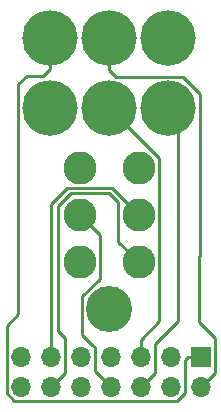
<source format=gbr>
G04 #@! TF.GenerationSoftware,KiCad,Pcbnew,(5.0.0)*
G04 #@! TF.CreationDate,2018-10-02T14:41:49-05:00*
G04 #@! TF.ProjectId,PotBreakout,506F74427265616B6F75742E6B696361,1*
G04 #@! TF.SameCoordinates,Original*
G04 #@! TF.FileFunction,Copper,L2,Bot,Signal*
G04 #@! TF.FilePolarity,Positive*
%FSLAX46Y46*%
G04 Gerber Fmt 4.6, Leading zero omitted, Abs format (unit mm)*
G04 Created by KiCad (PCBNEW (5.0.0)) date 10/02/18 14:41:49*
%MOMM*%
%LPD*%
G01*
G04 APERTURE LIST*
G04 #@! TA.AperFunction,ComponentPad*
%ADD10C,2.800000*%
G04 #@! TD*
G04 #@! TA.AperFunction,ComponentPad*
%ADD11C,4.700000*%
G04 #@! TD*
G04 #@! TA.AperFunction,ComponentPad*
%ADD12C,3.900000*%
G04 #@! TD*
G04 #@! TA.AperFunction,ComponentPad*
%ADD13R,1.700000X1.700000*%
G04 #@! TD*
G04 #@! TA.AperFunction,ComponentPad*
%ADD14O,1.700000X1.700000*%
G04 #@! TD*
G04 #@! TA.AperFunction,Conductor*
%ADD15C,0.250000*%
G04 #@! TD*
G04 APERTURE END LIST*
D10*
G04 #@! TO.P,U1,7*
G04 #@! TO.N,DPDT1*
X148501100Y-97003600D03*
G04 #@! TO.P,U1,8*
G04 #@! TO.N,DPDT2*
X148501100Y-101003600D03*
G04 #@! TO.P,U1,9*
G04 #@! TO.N,DPDT3*
X148501100Y-105003600D03*
G04 #@! TO.P,U1,10*
G04 #@! TO.N,DPDT4*
X153501100Y-97003600D03*
G04 #@! TO.P,U1,11*
G04 #@! TO.N,DPDT5*
X153501100Y-101003600D03*
G04 #@! TO.P,U1,12*
G04 #@! TO.N,DPDT6*
X153501100Y-105003600D03*
D11*
G04 #@! TO.P,U1,4*
G04 #@! TO.N,GANG21*
X146001100Y-92003600D03*
G04 #@! TO.P,U1,1*
G04 #@! TO.N,GANG11*
X146001100Y-86003600D03*
G04 #@! TO.P,U1,3*
G04 #@! TO.N,GANG13*
X156001100Y-86003600D03*
G04 #@! TO.P,U1,5*
G04 #@! TO.N,WIPE2*
X151001100Y-92003600D03*
G04 #@! TO.P,U1,6*
G04 #@! TO.N,GANG23*
X156001100Y-92003600D03*
G04 #@! TO.P,U1,2*
G04 #@! TO.N,WIPE1*
X151001100Y-86003600D03*
D12*
G04 #@! TO.P,U1,13*
G04 #@! TO.N,GND*
X151001100Y-109003600D03*
G04 #@! TD*
D13*
G04 #@! TO.P,J1,1*
G04 #@! TO.N,GANG11*
X158750000Y-113030000D03*
D14*
G04 #@! TO.P,J1,2*
G04 #@! TO.N,WIPE1*
X158750000Y-115570000D03*
G04 #@! TO.P,J1,3*
G04 #@! TO.N,GANG13*
X156210000Y-113030000D03*
G04 #@! TO.P,J1,4*
G04 #@! TO.N,GANG21*
X156210000Y-115570000D03*
G04 #@! TO.P,J1,5*
G04 #@! TO.N,WIPE2*
X153670000Y-113030000D03*
G04 #@! TO.P,J1,6*
G04 #@! TO.N,GANG23*
X153670000Y-115570000D03*
G04 #@! TO.P,J1,7*
G04 #@! TO.N,DPDT1*
X151130000Y-113030000D03*
G04 #@! TO.P,J1,8*
G04 #@! TO.N,DPDT2*
X151130000Y-115570000D03*
G04 #@! TO.P,J1,9*
G04 #@! TO.N,DPDT3*
X148590000Y-113030000D03*
G04 #@! TO.P,J1,10*
G04 #@! TO.N,DPDT4*
X148590000Y-115570000D03*
G04 #@! TO.P,J1,11*
G04 #@! TO.N,DPDT5*
X146050000Y-113030000D03*
G04 #@! TO.P,J1,12*
G04 #@! TO.N,DPDT6*
X146050000Y-115570000D03*
G04 #@! TO.P,J1,13*
G04 #@! TO.N,GND*
X143510000Y-113030000D03*
G04 #@! TO.P,J1,14*
G04 #@! TO.N,Net-(J1-Pad14)*
X143510000Y-115570000D03*
G04 #@! TD*
D15*
G04 #@! TO.N,GANG11*
X146001100Y-86003600D02*
X146001100Y-88694900D01*
X146001100Y-88694900D02*
X145439300Y-89256700D01*
X145439300Y-89256700D02*
X144018000Y-89256700D01*
X144018000Y-89256700D02*
X143326099Y-89948601D01*
X143326099Y-89948601D02*
X143326099Y-109417099D01*
X143326099Y-109417099D02*
X142334999Y-110408199D01*
X142334999Y-116134001D02*
X142334999Y-110744000D01*
X157385001Y-116134001D02*
X156774001Y-116745001D01*
X157385001Y-113294999D02*
X157385001Y-116134001D01*
X157650000Y-113030000D02*
X157385001Y-113294999D01*
X158750000Y-113030000D02*
X157650000Y-113030000D01*
X156774001Y-116745001D02*
X142945999Y-116745001D01*
X142945999Y-116745001D02*
X142334999Y-116134001D01*
X142334999Y-110408199D02*
X142334999Y-110744000D01*
G04 #@! TO.N,WIPE1*
X159925001Y-111760000D02*
X159925001Y-114140999D01*
X159925001Y-114394999D02*
X159925001Y-111411001D01*
X159925001Y-111411001D02*
X158623000Y-110109000D01*
X151608599Y-89378599D02*
X157261101Y-89378599D01*
X151001100Y-88771100D02*
X151608599Y-89378599D01*
X151001100Y-86003600D02*
X151001100Y-88771100D01*
X158750000Y-115570000D02*
X159925001Y-114394999D01*
X158623000Y-110109000D02*
X158623000Y-104521000D01*
X158676101Y-90793599D02*
X157261101Y-89378599D01*
X158676101Y-104467899D02*
X158676101Y-90793599D01*
X158623000Y-104521000D02*
X158676101Y-104467899D01*
G04 #@! TO.N,WIPE2*
X153670000Y-111573919D02*
X153670000Y-112776000D01*
X155226101Y-110017818D02*
X153670000Y-111573919D01*
X155226101Y-96228601D02*
X155226101Y-110017818D01*
X151001100Y-92003600D02*
X155226101Y-96228601D01*
G04 #@! TO.N,GANG23*
X156845000Y-92847500D02*
X156001100Y-92003600D01*
X156845000Y-109982000D02*
X156845000Y-92847500D01*
X154845001Y-111981999D02*
X156845000Y-109982000D01*
X154845001Y-114394999D02*
X154845001Y-111981999D01*
X153670000Y-115570000D02*
X154845001Y-114394999D01*
G04 #@! TO.N,DPDT2*
X150226101Y-106411597D02*
X148726099Y-107911599D01*
X150226101Y-102728601D02*
X150226101Y-106411597D01*
X148501100Y-101003600D02*
X150226101Y-102728601D01*
X148726099Y-107911599D02*
X148726099Y-110871000D01*
X148726099Y-110871000D02*
X148726099Y-111173097D01*
X149765001Y-112211999D02*
X149567002Y-112014000D01*
X149765001Y-114205001D02*
X149765001Y-112211999D01*
X151130000Y-115570000D02*
X149765001Y-114205001D01*
X148726099Y-111173097D02*
X149567002Y-112014000D01*
G04 #@! TO.N,DPDT5*
X146050000Y-111573919D02*
X146050000Y-112776000D01*
X147397399Y-98728601D02*
X146050000Y-100076000D01*
X151226101Y-98728601D02*
X147397399Y-98728601D01*
X153501100Y-101003600D02*
X151226101Y-98728601D01*
X146050000Y-113030000D02*
X146050000Y-109982000D01*
X146050000Y-100076000D02*
X146050000Y-109982000D01*
X146050000Y-109982000D02*
X146050000Y-111573919D01*
G04 #@! TO.N,DPDT6*
X153501100Y-105003600D02*
X151765000Y-103267500D01*
X147764698Y-99187000D02*
X146685000Y-100266698D01*
X151003000Y-99187000D02*
X147764698Y-99187000D01*
X151765000Y-99949000D02*
X151003000Y-99187000D01*
X151765000Y-103267500D02*
X151765000Y-99949000D01*
X147225001Y-111411001D02*
X146685000Y-110871000D01*
X147225001Y-114394999D02*
X147225001Y-111411001D01*
X146050000Y-115570000D02*
X147225001Y-114394999D01*
X146685000Y-100266698D02*
X146685000Y-110871000D01*
G04 #@! TD*
M02*

</source>
